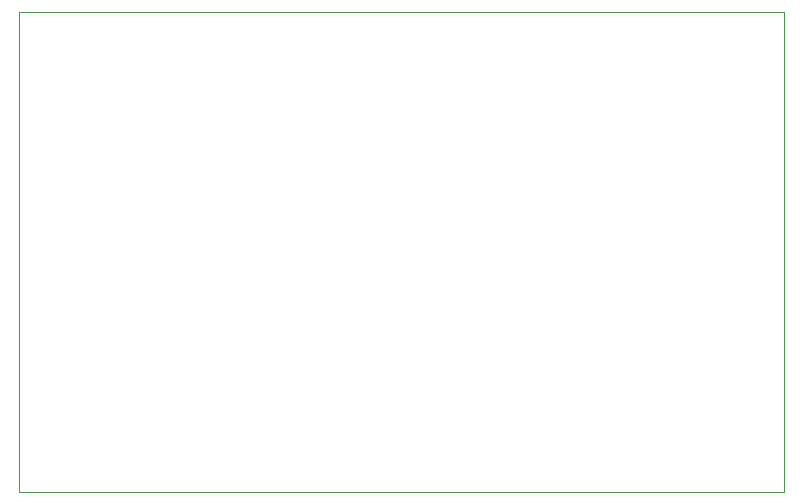
<source format=gbr>
%TF.GenerationSoftware,KiCad,Pcbnew,(5.1.8)-1*%
%TF.CreationDate,2021-05-19T18:10:43+02:00*%
%TF.ProjectId,dummy,64756d6d-792e-46b6-9963-61645f706362,rev?*%
%TF.SameCoordinates,Original*%
%TF.FileFunction,Profile,NP*%
%FSLAX46Y46*%
G04 Gerber Fmt 4.6, Leading zero omitted, Abs format (unit mm)*
G04 Created by KiCad (PCBNEW (5.1.8)-1) date 2021-05-19 18:10:43*
%MOMM*%
%LPD*%
G01*
G04 APERTURE LIST*
%TA.AperFunction,Profile*%
%ADD10C,0.050000*%
%TD*%
G04 APERTURE END LIST*
D10*
X200660000Y-81280000D02*
X200660000Y-40640000D01*
X135890000Y-81280000D02*
X200660000Y-81280000D01*
X135890000Y-40640000D02*
X135890000Y-81280000D01*
X200660000Y-40640000D02*
X135890000Y-40640000D01*
M02*

</source>
